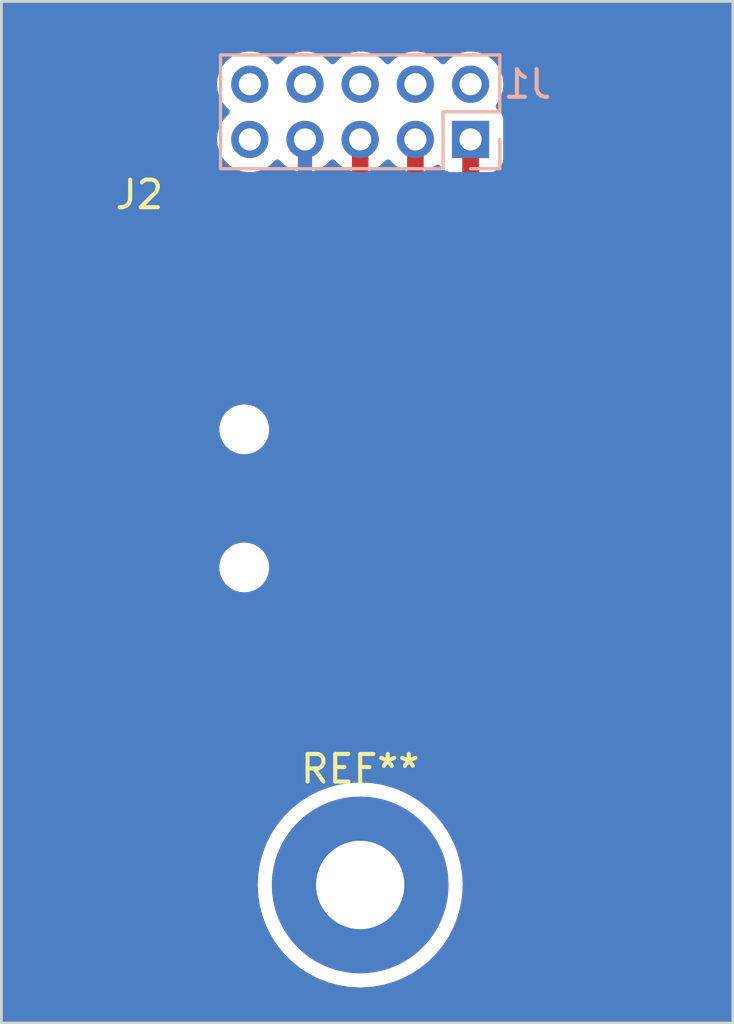
<source format=kicad_pcb>
(kicad_pcb (version 20221018) (generator pcbnew)
  (layers (0 "F.Cu" signal) (31 "B.Cu" signal) (34 "B.Paste" user) (35 "F.Paste" user) (36 "B.SilkS" user "B.Silkscreen") (37 "F.SilkS" user "F.Silkscreen") (38 "B.Mask" user) (39 "F.Mask" user) (44 "Edge.Cuts" user))
  (net 0 "")
  (net 1 "VBUS")
  (net 3 "Net-(J1-Pin_3)")
  (net 5 "Net-(J1-Pin_5)")
  (net 7 "GND")
  (footprint "MountingHole:MountingHole_3.2mm_M3_Pad_TopBottom" (layer "F.Cu") (at 165 122)
    (fp_text reference "REF**" (at 0 -4.2) (layer "F.SilkS"))
    (fp_text value "MountingHole_3.2mm_M3_Pad_TopBottom" hide)
    (pad "1" thru_hole circle (at 0 0) (size 3.6 3.6) (drill 3.2) (layers *.Cu *.Mask))
    (pad "1" connect circle (at 0 0) (size 6.4 6.4) (layers "F.Cu" "F.Mask"))
    (pad "1" connect circle (at 0 0) (size 6.4 6.4) (layers "B.Cu" "B.Mask"))
  )
  (footprint "Connector_Hroparts:USB_A_Hroparts_U-A-24SS-W-1_Horizontal" (layer "F.Cu") (at 159.35 108 90)
    (fp_text reference "J2" (at 11 -2.35 180) (layer "F.SilkS"))
    (fp_text value "USB_A")
    (pad "" np_thru_hole circle (at -2.5 1.45 90) (size 1 1) (drill 1.3) (layers F&B.Cu *.Mask))
    (pad "" np_thru_hole circle (at 2.5 1.45 90) (size 1 1) (drill 1.3) (layers F&B.Cu *.Mask))
    (pad "1" smd rect (at -3.5 -2.35 90) (size 1 2.6) (layers "F.Cu" "F.Paste" "F.Mask") (net 1 "VBUS"))
    (pad "2" smd rect (at -1 -2.35 90) (size 1 2.6) (layers "F.Cu" "F.Paste" "F.Mask") (net 3 "Net-(J1-Pin_3)"))
    (pad "3" smd rect (at 1 -2.35 90) (size 1 2.6) (layers "F.Cu" "F.Paste" "F.Mask") (net 5 "Net-(J1-Pin_5)"))
    (pad "4" smd rect (at 3.5 -2.35 90) (size 1 2.6) (layers "F.Cu" "F.Paste" "F.Mask") (net 7 "GND"))
    (pad "5" smd rect (at -8.225 0 90) (size 2.2 4.7) (layers "F.Cu" "F.Paste" "F.Mask") (net 7 "GND"))
    (pad "5" smd rect (at 8.225 0 90) (size 2.2 4.7) (layers "F.Cu" "F.Paste" "F.Mask") (net 7 "GND"))
  )
  (footprint "Connector_PinHeader_2.00mm:PinHeader_2x05_P2.00mm_Vertical" (layer "B.Cu") (at 169 95 90)
    (fp_text reference "J1" (at 2 2.06 180) (layer "B.SilkS") (effects (justify mirror)))
    (fp_text value "Conn_02x05_Odd_Even" hide)
    (fp_line (start -1.06 -9.06) (end 3.06 -9.06) (stroke (width 0.12)) (layer "B.SilkS"))
    (fp_line (start -1.06 -1) (end -1.06 -9.06) (stroke (width 0.12)) (layer "B.SilkS"))
    (fp_line (start -1.06 -1) (end 1 -1) (stroke (width 0.12)) (layer "B.SilkS"))
    (fp_line (start -1.06 0) (end -1.06 1.06) (stroke (width 0.12)) (layer "B.SilkS"))
    (fp_line (start -1.06 1.06) (end 0 1.06) (stroke (width 0.12)) (layer "B.SilkS"))
    (fp_line (start 1 -1) (end 1 1.06) (stroke (width 0.12)) (layer "B.SilkS"))
    (fp_line (start 1 1.06) (end 3.06 1.06) (stroke (width 0.12)) (layer "B.SilkS"))
    (fp_line (start 3.06 1.06) (end 3.06 -9.06) (stroke (width 0.12)) (layer "B.SilkS"))
    (pad "1" thru_hole rect (at 0 0 90) (size 1.35 1.35) (drill 0.8) (layers *.Cu *.Mask) (net 1 "VBUS"))
    (pad "2" thru_hole oval (at 2 0 90) (size 1.35 1.35) (drill 0.8) (layers *.Cu *.Mask))
    (pad "3" thru_hole oval (at 0 -2 90) (size 1.35 1.35) (drill 0.8) (layers *.Cu *.Mask) (net 3 "Net-(J1-Pin_3)"))
    (pad "4" thru_hole oval (at 2 -2 90) (size 1.35 1.35) (drill 0.8) (layers *.Cu *.Mask))
    (pad "5" thru_hole oval (at 0 -4 90) (size 1.35 1.35) (drill 0.8) (layers *.Cu *.Mask) (net 5 "Net-(J1-Pin_5)"))
    (pad "6" thru_hole oval (at 2 -4 90) (size 1.35 1.35) (drill 0.8) (layers *.Cu *.Mask))
    (pad "7" thru_hole oval (at 0 -6 90) (size 1.35 1.35) (drill 0.8) (layers *.Cu *.Mask) (net 7 "GND"))
    (pad "8" thru_hole oval (at 2 -6 90) (size 1.35 1.35) (drill 0.8) (layers *.Cu *.Mask))
    (pad "9" thru_hole oval (at 0 -8 90) (size 1.35 1.35) (drill 0.8) (layers *.Cu *.Mask))
    (pad "10" thru_hole oval (at 2 -8 90) (size 1.35 1.35) (drill 0.8) (layers *.Cu *.Mask))
  )
  (gr_rect (start 152 90) (end 178.5 127) (stroke (width 0.1)) (fill none) (layer "Edge.Cuts"))
  (segment (start 157 111.5) (end 158.75 113.25) (width 0.6) (layer "F.Cu") (net 1))
  (segment (start 169 111.25) (end 169 95) (width 0.6) (layer "F.Cu") (net 1))
  (segment (start 158.75 113.25) (end 167 113.25) (width 0.6) (layer "F.Cu") (net 1))
  (segment (start 167 113.25) (end 169 111.25) (width 0.6) (layer "F.Cu") (net 1))
  (segment (start 164 109) (end 167 106) (width 0.6) (layer "F.Cu") (net 3))
  (segment (start 167 106) (end 167 95) (width 0.6) (layer "F.Cu") (net 3))
  (segment (start 157 109) (end 164 109) (width 0.6) (layer "F.Cu") (net 3))
  (segment (start 157 107) (end 162.694115 107) (width 0.6) (layer "F.Cu") (net 5))
  (segment (start 162.694115 107) (end 165 104.694115) (width 0.6) (layer "F.Cu") (net 5))
  (segment (start 165 104.694115) (end 165 95) (width 0.6) (layer "F.Cu") (net 5))
  (zone locked (net 7) (net_name "GND") (layers F&B.Cu) (connect_pads (clearance 0.508)) (min_thickness 0.254) (fill yes (thermal_gap 0.508) (thermal_bridge_width 0.508) (island_removal_mode 2) (island_area_min 10))
    (polygon (pts (xy 178.5 127) (xy 152 127) (xy 152 90) (xy 178.5 90)))
  )
)
</source>
